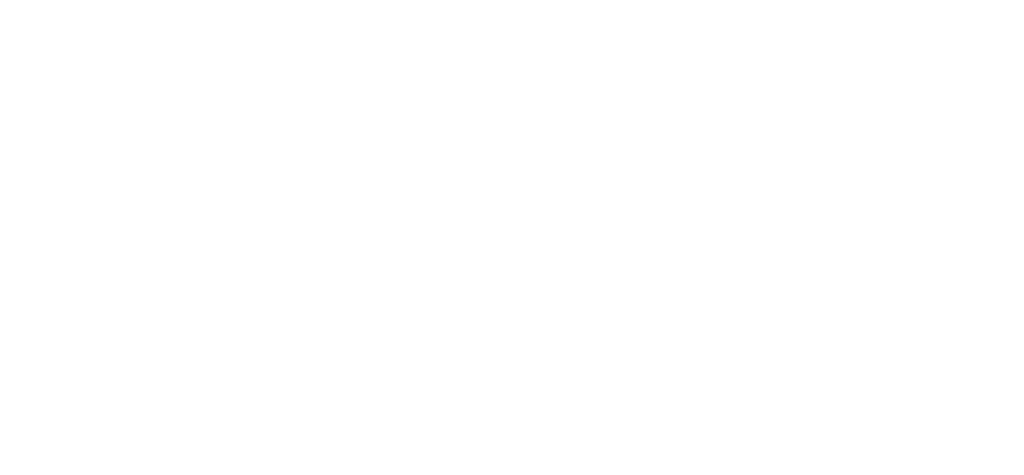
<source format=kicad_pcb>
(kicad_pcb (version 20240108) (generator pcbnew)
  (layers (0 "F.Cu" signal) (31 "B.Cu" signal) (34 "B.Paste" user) (35 "F.Paste" user) (36 "B.SilkS" user "B.Silkscreen") (37 "F.SilkS" user "F.Silkscreen") (38 "B.Mask" user) (39 "F.Mask" user) (44 "Edge.Cuts" user))
  (net 0 "")
  (footprint "MountingHole_5.5mm_Pad" (layer "F.Cu") (at 0 0)
    (property "Reference" "REF**")
    (property "Value" "MountingHole_5.5mm_Pad")
    (pad "1" thru_hole circle (at 0 0) (size 11 11) (drill 5.5) (layers *.Cu *.Mask) (remove_unused_layers))
  )
)
</source>
